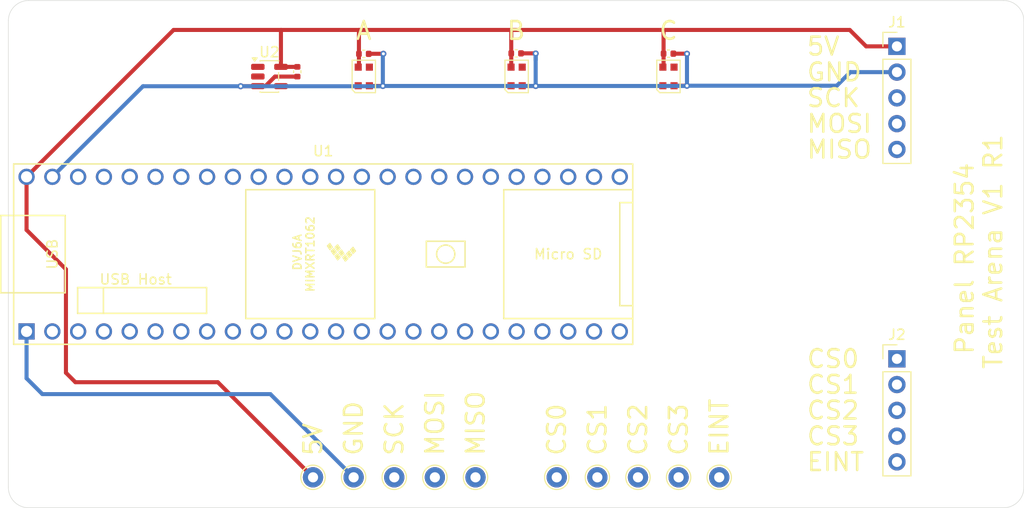
<source format=kicad_pcb>
(kicad_pcb (version 20241229) (generator "pcbnew") (generator_version "9.0")
  (layers (0 "F.Cu" signal) (2 "B.Cu" signal) (13 "F.Paste" user) (15 "B.Paste" user) (5 "F.SilkS" user "F.Silkscreen") (7 "B.SilkS" user "B.Silkscreen") (1 "F.Mask" user) (3 "B.Mask" user) (25 "Edge.Cuts" user))
  (property "BoardName" "RP2354 Test Arena")
  (property "Designer" "Reiser Lab")
  (property "Revision" "1")
  (property "Version" "1")
  (net 0 "")
  (net 1 "+5V")
  (net 2 "GND")
  (net 3 "Net-(D1-DOUT)")
  (net 4 "/DLED")
  (net 5 "Net-(D2-DOUT)")
  (net 7 "/MOSI")
  (net 8 "/MISO")
  (net 9 "/SCK")
  (net 10 "/CS0")
  (net 11 "/CS1")
  (net 12 "/CS3")
  (net 13 "/CS2")
  (net 14 "/EINT")
  (net 51 "Net-(D1-DIN)")
  (footprint "TestPoint:TestPoint_THTPad_D2.0mm_Drill1.0mm" (layer "F.Cu") (at 104 97 90)
    (property "Reference" "TP6" (hide yes))
    (property "Value" "TestPoint" (hide yes))
    (fp_circle (center 0 0) (end 0 1.2) (stroke (width 0.12)) (fill no) (layer "F.SilkS"))
    (pad "1" thru_hole circle (at 0 0 90) (size 2 2) (drill 1) (layers "*.Cu" "*.Mask") (net 10 "/CS0"))
  )
  (footprint "Capacitor_SMD:C_0402_1005Metric" (layer "F.Cu") (at 115 55.24)
    (property "Reference" "C3" (hide yes))
    (property "Value" "100nF" (hide yes))
    (fp_line (start -0.107836 -0.36) (end 0.107836 -0.36) (stroke (width 0.12)) (layer "F.SilkS"))
    (fp_line (start -0.107836 0.36) (end 0.107836 0.36) (stroke (width 0.12)) (layer "F.SilkS"))
    (pad "1" smd roundrect (at -0.48 0) (size 0.56 0.62) (layers "F.Cu" "F.Mask" "F.Paste") (net 1 "+5V"))
    (pad "2" smd roundrect (at 0.48 0) (size 0.56 0.62) (layers "F.Cu" "F.Mask" "F.Paste") (net 2 "GND"))
  )
  (footprint "TestPoint:TestPoint_THTPad_D2.0mm_Drill1.0mm" (layer "F.Cu") (at 116 97 90)
    (property "Reference" "TP9" (hide yes))
    (property "Value" "TestPoint" (hide yes))
    (fp_circle (center 0 0) (end 0 1.2) (stroke (width 0.12)) (fill no) (layer "F.SilkS"))
    (pad "1" thru_hole circle (at 0 0 90) (size 2 2) (drill 1) (layers "*.Cu" "*.Mask") (net 12 "/CS3"))
  )
  (footprint "TestPoint:TestPoint_THTPad_D2.0mm_Drill1.0mm" (layer "F.Cu") (at 84 97 90)
    (property "Reference" "TP2" (hide yes))
    (property "Value" "TestPoint" (hide yes))
    (fp_circle (center 0 0) (end 0 1.2) (stroke (width 0.12)) (fill no) (layer "F.SilkS"))
    (pad "1" thru_hole circle (at 0 0 90) (size 2 2) (drill 1) (layers "*.Cu" "*.Mask") (net 2 "GND"))
  )
  (footprint "Package_TO_SOT_SMD:SOT-23-5" (layer "F.Cu") (at 75.7025 57.49)
    (property "Reference" "U2" (at 0 -2.4 0) (layer "F.SilkS"))
    (property "Value" "SN74LV1T34DBV" (hide yes))
    (fp_line (start -0.91 -1.56) (end 0.91 -1.56) (stroke (width 0.12)) (layer "F.SilkS"))
    (fp_line (start -0.91 -1.51) (end -0.91 -1.56) (stroke (width 0.12)) (layer "F.SilkS"))
    (fp_line (start -0.91 1.56) (end -0.91 1.51) (stroke (width 0.12)) (layer "F.SilkS"))
    (fp_line (start 0.91 -1.56) (end 0.91 -1.51) (stroke (width 0.12)) (layer "F.SilkS"))
    (fp_line (start 0.91 -0.39) (end 0.91 0.39) (stroke (width 0.12)) (layer "F.SilkS"))
    (fp_line (start 0.91 1.51) (end 0.91 1.56) (stroke (width 0.12)) (layer "F.SilkS"))
    (fp_line (start 0.91 1.56) (end -0.91 1.56) (stroke (width 0.12)) (layer "F.SilkS"))
    (fp_poly (pts (xy -1.45 -1.51) (xy -1.69 -1.84) (xy -1.21 -1.84)) (stroke (width 0.12)) (fill yes) (layer "F.SilkS"))
    (pad "1" smd roundrect (at -1.1375 -0.95) (size 1.325 0.6) (layers "F.Cu" "F.Mask" "F.Paste"))
    (pad "2" smd roundrect (at -1.1375 0) (size 1.325 0.6) (layers "F.Cu" "F.Mask" "F.Paste") (net 4 "/DLED"))
    (pad "3" smd roundrect (at -1.1375 0.95) (size 1.325 0.6) (layers "F.Cu" "F.Mask" "F.Paste") (net 2 "GND"))
    (pad "4" smd roundrect (at 1.1375 0.95) (size 1.325 0.6) (layers "F.Cu" "F.Mask" "F.Paste") (net 51 "Net-(D1-DIN)"))
    (pad "5" smd roundrect (at 1.1375 -0.95) (size 1.325 0.6) (layers "F.Cu" "F.Mask" "F.Paste") (net 1 "+5V"))
  )
  (footprint "TestPoint:TestPoint_THTPad_D2.0mm_Drill1.0mm" (layer "F.Cu") (at 80 97 90)
    (property "Reference" "TP1" (hide yes))
    (property "Value" "TestPoint" (hide yes))
    (fp_circle (center 0 0) (end 0 1.2) (stroke (width 0.12)) (fill no) (layer "F.SilkS"))
    (pad "1" thru_hole circle (at 0 0 90) (size 2 2) (drill 1) (layers "*.Cu" "*.Mask") (net 1 "+5V"))
  )
  (footprint "TestPoint:TestPoint_THTPad_D2.0mm_Drill1.0mm" (layer "F.Cu") (at 120 97 90)
    (property "Reference" "TP10" (hide yes))
    (property "Value" "TestPoint" (hide yes))
    (fp_circle (center 0 0) (end 0 1.2) (stroke (width 0.12)) (fill no) (layer "F.SilkS"))
    (pad "1" thru_hole circle (at 0 0 90) (size 2 2) (drill 1) (layers "*.Cu" "*.Mask") (net 14 "/EINT"))
  )
  (footprint "Connector_PinHeader_2.54mm:PinHeader_1x05_P2.54mm_Vertical" (layer "F.Cu") (at 137.5 54.52)
    (property "Reference" "J1" (at 0 -2.38 0) (layer "F.SilkS"))
    (property "Value" "Conn_01x05_Socket" (hide yes))
    (fp_line (start -1.38 -1.38) (end 0 -1.38) (stroke (width 0.12)) (layer "F.SilkS"))
    (fp_line (start -1.38 0) (end -1.38 -1.38) (stroke (width 0.12)) (layer "F.SilkS"))
    (fp_line (start -1.38 1.27) (end -1.38 11.54) (stroke (width 0.12)) (layer "F.SilkS"))
    (fp_line (start -1.38 1.27) (end 1.38 1.27) (stroke (width 0.12)) (layer "F.SilkS"))
    (fp_line (start -1.38 11.54) (end 1.38 11.54) (stroke (width 0.12)) (layer "F.SilkS"))
    (fp_line (start 1.38 1.27) (end 1.38 11.54) (stroke (width 0.12)) (layer "F.SilkS"))
    (pad "1" thru_hole rect (at 0 0) (size 1.7 1.7) (drill 1) (layers "*.Cu" "*.Mask") (net 1 "+5V"))
    (pad "2" thru_hole circle (at 0 2.54) (size 1.7 1.7) (drill 1) (layers "*.Cu" "*.Mask") (net 2 "GND"))
    (pad "3" thru_hole circle (at 0 5.08) (size 1.7 1.7) (drill 1) (layers "*.Cu" "*.Mask") (net 9 "/SCK"))
    (pad "4" thru_hole circle (at 0 7.62) (size 1.7 1.7) (drill 1) (layers "*.Cu" "*.Mask") (net 7 "/MOSI"))
    (pad "5" thru_hole circle (at 0 10.16) (size 1.7 1.7) (drill 1) (layers "*.Cu" "*.Mask") (net 8 "/MISO"))
  )
  (footprint "Capacitor_SMD:C_0402_1005Metric" (layer "F.Cu") (at 78.45 57.02 -90)
    (property "Reference" "C4" (hide yes))
    (property "Value" "100nF" (hide yes))
    (fp_line (start -0.107836 0.36) (end 0.107836 0.36) (stroke (width 0.12)) (layer "F.SilkS"))
    (fp_line (start -0.107836 -0.36) (end 0.107836 -0.36) (stroke (width 0.12)) (layer "F.SilkS"))
    (pad "1" smd roundrect (at -0.48 0 270) (size 0.56 0.62) (layers "F.Cu" "F.Mask" "F.Paste") (net 1 "+5V"))
    (pad "2" smd roundrect (at 0.48 0 270) (size 0.56 0.62) (layers "F.Cu" "F.Mask" "F.Paste") (net 2 "GND"))
  )
  (footprint "TestPoint:TestPoint_THTPad_D2.0mm_Drill1.0mm" (layer "F.Cu") (at 92 97 90)
    (property "Reference" "TP4" (hide yes))
    (property "Value" "TestPoint" (hide yes))
    (fp_circle (center 0 0) (end 0 1.2) (stroke (width 0.12)) (fill no) (layer "F.SilkS"))
    (pad "1" thru_hole circle (at 0 0 90) (size 2 2) (drill 1) (layers "*.Cu" "*.Mask") (net 7 "/MOSI"))
  )
  (footprint "MountingHole:MountingHole_3.2mm_M3" (layer "F.Cu") (at 54 96)
    (property "Reference" "H2" (hide yes))
    (property "Value" "MountingHole" (hide yes))
    (pad "" np_thru_hole circle (at 0 0) (size 3.2 3.2) (drill 3.2) (layers "*.Cu" "*.Mask"))
  )
  (footprint "TestPoint:TestPoint_THTPad_D2.0mm_Drill1.0mm" (layer "F.Cu") (at 108 97 90)
    (property "Reference" "TP7" (hide yes))
    (property "Value" "TestPoint" (hide yes))
    (fp_circle (center 0 0) (end 0 1.2) (stroke (width 0.12)) (fill no) (layer "F.SilkS"))
    (pad "1" thru_hole circle (at 0 0 90) (size 2 2) (drill 1) (layers "*.Cu" "*.Mask") (net 11 "/CS1"))
  )
  (footprint "LED_SMD:LED_WS2812B-2020_PLCC4_2.0x2.0mm" (layer "F.Cu") (at 100.05 57.485 90)
    (property "Reference" "D2" (hide yes))
    (property "Value" "WS2812B-2020" (hide yes))
    (fp_line (start 1.6 -1.15) (end 1.6 1.15) (stroke (width 0.12)) (layer "F.SilkS"))
    (fp_line (start -1.3 -1.15) (end 1.6 -1.15) (stroke (width 0.12)) (layer "F.SilkS"))
    (fp_line (start -1.3 -1.15) (end -1.6 -0.85) (stroke (width 0.12)) (layer "F.SilkS"))
    (fp_line (start -1.6 1.15) (end -1.6 -0.85) (stroke (width 0.12)) (layer "F.SilkS"))
    (fp_line (start -1.6 1.15) (end 1.6 1.15) (stroke (width 0.12)) (layer "F.SilkS"))
    (pad "1" smd rect (at -0.915 -0.55 90) (size 0.7 0.7) (layers "F.Cu" "F.Mask" "F.Paste") (net 5 "Net-(D2-DOUT)"))
    (pad "2" smd rect (at -0.915 0.55 90) (size 0.7 0.7) (layers "F.Cu" "F.Mask" "F.Paste") (net 2 "GND"))
    (pad "3" smd rect (at 0.915 0.55 90) (size 0.7 0.7) (layers "F.Cu" "F.Mask" "F.Paste") (net 3 "Net-(D1-DOUT)"))
    (pad "4" smd rect (at 0.915 -0.55 90) (size 0.7 0.7) (layers "F.Cu" "F.Mask" "F.Paste") (net 1 "+5V"))
  )
  (footprint "Capacitor_SMD:C_0402_1005Metric" (layer "F.Cu") (at 100 55.21)
    (property "Reference" "C2" (hide yes))
    (property "Value" "100nF" (hide yes))
    (fp_line (start -0.107836 -0.36) (end 0.107836 -0.36) (stroke (width 0.12)) (layer "F.SilkS"))
    (fp_line (start -0.107836 0.36) (end 0.107836 0.36) (stroke (width 0.12)) (layer "F.SilkS"))
    (pad "1" smd roundrect (at -0.48 0) (size 0.56 0.62) (layers "F.Cu" "F.Mask" "F.Paste") (net 1 "+5V"))
    (pad "2" smd roundrect (at 0.48 0) (size 0.56 0.62) (layers "F.Cu" "F.Mask" "F.Paste") (net 2 "GND"))
  )
  (footprint "TestPoint:TestPoint_THTPad_D2.0mm_Drill1.0mm" (layer "F.Cu") (at 112 97 90)
    (property "Reference" "TP8" (hide yes))
    (property "Value" "TestPoint" (hide yes))
    (fp_circle (center 0 0) (end 0 1.2) (stroke (width 0.12)) (fill no) (layer "F.SilkS"))
    (pad "1" thru_hole circle (at 0 0 90) (size 2 2) (drill 1) (layers "*.Cu" "*.Mask") (net 13 "/CS2"))
  )
  (footprint "teensy:Teensy41_outer_only" (layer "F.Cu") (at 81 75)
    (property "Reference" "U1" (at 0 -10.16 0) (layer "F.SilkS"))
    (property "Value" "Teensy4.1")
    (fp_line (start -31.75 -3.81) (end -30.48 -3.81) (stroke (width 0.15)) (layer "F.SilkS"))
    (fp_line (start -31.75 3.81) (end -31.75 -3.81) (stroke (width 0.15)) (layer "F.SilkS"))
    (fp_line (start -30.48 -8.89) (end 30.48 -8.89) (stroke (width 0.15)) (layer "F.SilkS"))
    (fp_line (start -30.48 3.81) (end -31.75 3.81) (stroke (width 0.15)) (layer "F.SilkS"))
    (fp_line (start -30.48 8.89) (end -30.48 -8.89) (stroke (width 0.15)) (layer "F.SilkS"))
    (fp_line (start -25.4 -3.81) (end -30.48 -3.81) (stroke (width 0.15)) (layer "F.SilkS"))
    (fp_line (start -25.4 3.81) (end -30.48 3.81) (stroke (width 0.15)) (layer "F.SilkS"))
    (fp_line (start -25.4 3.81) (end -25.4 -3.81) (stroke (width 0.15)) (layer "F.SilkS"))
    (fp_line (start -24.1808 3.2992) (end -21.6408 3.2992) (stroke (width 0.15)) (layer "F.SilkS"))
    (fp_line (start -24.1808 3.2992) (end -11.4808 3.2992) (stroke (width 0.15)) (layer "F.SilkS"))
    (fp_line (start -24.1808 5.8392) (end -24.1808 3.2992) (stroke (width 0.15)) (layer "F.SilkS"))
    (fp_line (start -21.6408 3.2992) (end -21.6408 5.8392) (stroke (width 0.15)) (layer "F.SilkS"))
    (fp_line (start -11.4808 3.2992) (end -11.4808 5.8392) (stroke (width 0.15)) (layer "F.SilkS"))
    (fp_line (start -11.4808 5.8392) (end -24.1808 5.8392) (stroke (width 0.15)) (layer "F.SilkS"))
    (fp_line (start -7.62 -6.35) (end -7.62 6.35) (stroke (width 0.15)) (layer "F.SilkS"))
    (fp_line (start -7.62 6.35) (end 5.08 6.35) (stroke (width 0.15)) (layer "F.SilkS"))
    (fp_line (start 5.08 -6.35) (end -7.62 -6.35) (stroke (width 0.15)) (layer "F.SilkS"))
    (fp_line (start 5.08 6.35) (end 5.08 -6.35) (stroke (width 0.15)) (layer "F.SilkS"))
    (fp_line (start 10.16 -1.27) (end 13.97 -1.27) (stroke (width 0.15)) (layer "F.SilkS"))
    (fp_line (start 10.16 1.27) (end 10.16 -1.27) (stroke (width 0.15)) (layer "F.SilkS"))
    (fp_line (start 13.97 -1.27) (end 13.97 1.27) (stroke (width 0.15)) (layer "F.SilkS"))
    (fp_line (start 13.97 1.27) (end 10.16 1.27) (stroke (width 0.15)) (layer "F.SilkS"))
    (fp_line (start 17.78 -6.35) (end 17.78 6.35) (stroke (width 0.15)) (layer "F.SilkS"))
    (fp_line (start 17.78 6.35) (end 30.48 6.35) (stroke (width 0.15)) (layer "F.SilkS"))
    (fp_line (start 29.21 -5.08) (end 29.21 5.08) (stroke (width 0.15)) (layer "F.SilkS"))
    (fp_line (start 29.21 5.08) (end 30.48 5.08) (stroke (width 0.15)) (layer "F.SilkS"))
    (fp_line (start 30.48 -8.89) (end 30.48 8.89) (stroke (width 0.15)) (layer "F.SilkS"))
    (fp_line (start 30.48 -6.35) (end 17.78 -6.35) (stroke (width 0.15)) (layer "F.SilkS"))
    (fp_line (start 30.48 -5.08) (end 29.21 -5.08) (stroke (width 0.15)) (layer "F.SilkS"))
    (fp_line (start 30.48 8.89) (end -30.48 8.89) (stroke (width 0.15)) (layer "F.SilkS"))
    (fp_circle (center 12.065 0) (end 12.7 -0.635) (stroke (width 0.15)) (fill no) (layer "F.SilkS"))
    (fp_poly (pts (xy 0.911 -0.688) (xy 0.657 -0.434) (xy 0.403 -0.815) (xy 0.657 -1.069)) (stroke (width 0.1)) (fill yes) (layer "F.SilkS"))
    (fp_poly (pts (xy 1.292 -0.18) (xy 1.038 0.074) (xy 0.784 -0.307) (xy 1.038 -0.561)) (stroke (width 0.1)) (fill yes) (layer "F.SilkS"))
    (fp_poly (pts (xy 1.673 -0.561) (xy 1.419 -0.307) (xy 1.165 -0.688) (xy 1.419 -0.942)) (stroke (width 0.1)) (fill yes) (layer "F.SilkS"))
    (fp_poly (pts (xy 1.673 0.328) (xy 1.419 0.582) (xy 1.165 0.201) (xy 1.419 -0.053)) (stroke (width 0.1)) (fill yes) (layer "F.SilkS"))
    (fp_poly (pts (xy 2.054 -0.053) (xy 1.8 0.201) (xy 1.546 -0.18) (xy 1.8 -0.434)) (stroke (width 0.1)) (fill yes) (layer "F.SilkS"))
    (fp_poly (pts (xy 2.435 0.455) (xy 2.181 0.709) (xy 1.927 0.328) (xy 2.181 0.074)) (stroke (width 0.1)) (fill yes) (layer "F.SilkS"))
    (fp_poly (pts (xy 2.816 0.074) (xy 2.562 0.328) (xy 2.308 -0.053) (xy 2.562 -0.307)) (stroke (width 0.1)) (fill yes) (layer "F.SilkS"))
    (fp_poly (pts (xy 3.197 -0.307) (xy 2.943 -0.053) (xy 2.689 -0.434) (xy 2.943 -0.688)) (stroke (width 0.1)) (fill yes) (layer "F.SilkS"))
    (fp_text user "Micro SD" (at 24.13 0 0) (layer "F.SilkS"))
    (fp_text user "USB Host" (at -18.4658 2.4892 0) (layer "F.SilkS"))
    (fp_text user "MIMXRT1062" (at -1.27 0 270) (layer "F.SilkS") (effects (font (size 0.8 0.8))))
    (fp_text user "DVJ6A" (at -2.54 -0.18 270) (layer "F.SilkS") (effects (font (size 0.8 0.8))))
    (fp_text user "USB" (at -26.67 0 270) (layer "F.SilkS"))
    (pad "1" thru_hole rect (at -29.21 7.62) (size 1.6 1.6) (drill 1.1) (layers "*.Cu" "*.Mask") (net 2 "GND"))
    (pad "2" thru_hole circle (at -26.67 7.62) (size 1.6 1.6) (drill 1.1) (layers "*.Cu" "*.Mask") (net 10 "/CS0"))
    (pad "3" thru_hole circle (at -24.13 7.62) (size 1.6 1.6) (drill 1.1) (layers "*.Cu" "*.Mask"))
    (pad "4" thru_hole circle (at -21.59 7.62) (size 1.6 1.6) (drill 1.1) (layers "*.Cu" "*.Mask") (net 11 "/CS1"))
    (pad "5" thru_hole circle (at -19.05 7.62) (size 1.6 1.6) (drill 1.1) (layers "*.Cu" "*.Mask") (net 13 "/CS2"))
    (pad "6" thru_hole circle (at -16.51 7.62) (size 1.6 1.6) (drill 1.1) (layers "*.Cu" "*.Mask") (net 12 "/CS3"))
    (pad "7" thru_hole circle (at -13.97 7.62) (size 1.6 1.6) (drill 1.1) (layers "*.Cu" "*.Mask"))
    (pad "8" thru_hole circle (at -11.43 7.62) (size 1.6 1.6) (drill 1.1) (layers "*.Cu" "*.Mask"))
    (pad "9" thru_hole circle (at -8.89 7.62) (size 1.6 1.6) (drill 1.1) (layers "*.Cu" "*.Mask"))
    (pad "10" thru_hole circle (at -6.35 7.62) (size 1.6 1.6) (drill 1.1) (layers "*.Cu" "*.Mask"))
    (pad "11" thru_hole circle (at -3.81 7.62) (size 1.6 1.6) (drill 1.1) (layers "*.Cu" "*.Mask"))
    (pad "12" thru_hole circle (at -1.27 7.62) (size 1.6 1.6) (drill 1.1) (layers "*.Cu" "*.Mask"))
    (pad "13" thru_hole circle (at 1.27 7.62) (size 1.6 1.6) (drill 1.1) (layers "*.Cu" "*.Mask") (net 7 "/MOSI"))
    (pad "14" thru_hole circle (at 3.81 7.62) (size 1.6 1.6) (drill 1.1) (layers "*.Cu" "*.Mask") (net 8 "/MISO"))
    (pad "15" thru_hole circle (at 6.35 7.62) (size 1.6 1.6) (drill 1.1) (layers "*.Cu" "*.Mask"))
    (pad "16" thru_hole circle (at 8.89 7.62) (size 1.6 1.6) (drill 1.1) (layers "*.Cu" "*.Mask"))
    (pad "17" thru_hole circle (at 11.43 7.62) (size 1.6 1.6) (drill 1.1) (layers "*.Cu" "*.Mask"))
    (pad "18" thru_hole circle (at 13.97 7.62) (size 1.6 1.6) (drill 1.1) (layers "*.Cu" "*.Mask"))
    (pad "19" thru_hole circle (at 16.51 7.62) (size 1.6 1.6) (drill 1.1) (layers "*.Cu" "*.Mask"))
    (pad "20" thru_hole circle (at 19.05 7.62) (size 1.6 1.6) (drill 1.1) (layers "*.Cu" "*.Mask") (net 4 "/DLED"))
    (pad "21" thru_hole circle (at 21.59 7.62) (size 1.6 1.6) (drill 1.1) (layers "*.Cu" "*.Mask"))
    (pad "22" thru_hole circle (at 24.13 7.62) (size 1.6 1.6) (drill 1.1) (layers "*.Cu" "*.Mask"))
    (pad "23" thru_hole circle (at 26.67 7.62) (size 1.6 1.6) (drill 1.1) (layers "*.Cu" "*.Mask"))
    (pad "24" thru_hole circle (at 29.21 7.62) (size 1.6 1.6) (drill 1.1) (layers "*.Cu" "*.Mask"))
    (pad "25" thru_hole circle (at 29.21 -7.62) (size 1.6 1.6) (drill 1.1) (layers "*.Cu" "*.Mask") (net 14 "/EINT"))
    (pad "26" thru_hole circle (at 26.67 -7.62) (size 1.6 1.6) (drill 1.1) (layers "*.Cu" "*.Mask"))
    (pad "27" thru_hole circle (at 24.13 -7.62) (size 1.6 1.6) (drill 1.1) (layers "*.Cu" "*.Mask"))
    (pad "28" thru_hole circle (at 21.59 -7.62) (size 1.6 1.6) (drill 1.1) (layers "*.Cu" "*.Mask"))
    (pad "29" thru_hole circle (at 19.05 -7.62) (size 1.6 1.6) (drill 1.1) (layers "*.Cu" "*.Mask"))
    (pad "30" thru_hole circle (at 16.51 -7.62) (size 1.6 1.6) (drill 1.1) (layers "*.Cu" "*.Mask"))
    (pad "31" thru_hole circle (at 13.97 -7.62) (size 1.6 1.6) (drill 1.1) (layers "*.Cu" "*.Mask"))
    (pad "32" thru_hole circle (at 11.43 -7.62) (size 1.6 1.6) (drill 1.1) (layers "*.Cu" "*.Mask"))
    (pad "33" thru_hole circle (at 8.89 -7.62) (size 1.6 1.6) (drill 1.1) (layers "*.Cu" "*.Mask"))
    (pad "34" thru_hole circle (at 6.35 -7.62) (size 1.6 1.6) (drill 1.1) (layers "*.Cu" "*.Mask"))
    (pad "35" thru_hole circle (at 3.81 -7.62) (size 1.6 1.6) (drill 1.1) (layers "*.Cu" "*.Mask") (net 9 "/SCK"))
    (pad "36" thru_hole circle (at 1.27 -7.62) (size 1.6 1.6) (drill 1.1) (layers "*.Cu" "*.Mask"))
    (pad "37" thru_hole circle (at -1.27 -7.62) (size 1.6 1.6) (drill 1.1) (layers "*.Cu" "*.Mask"))
    (pad "38" thru_hole circle (at -3.81 -7.62) (size 1.6 1.6) (drill 1.1) (layers "*.Cu" "*.Mask"))
    (pad "39" thru_hole circle (at -6.35 -7.62) (size 1.6 1.6) (drill 1.1) (layers "*.Cu" "*.Mask"))
    (pad "40" thru_hole circle (at -8.89 -7.62) (size 1.6 1.6) (drill 1.1) (layers "*.Cu" "*.Mask"))
    (pad "41" thru_hole circle (at -11.43 -7.62) (size 1.6 1.6) (drill 1.1) (layers "*.Cu" "*.Mask"))
    (pad "42" thru_hole circle (at -13.97 -7.62) (size 1.6 1.6) (drill 1.1) (layers "*.Cu" "*.Mask"))
    (pad "43" thru_hole circle (at -16.51 -7.62) (size 1.6 1.6) (drill 1.1) (layers "*.Cu" "*.Mask"))
    (pad "44" thru_hole circle (at -19.05 -7.62) (size 1.6 1.6) (drill 1.1) (layers "*.Cu" "*.Mask"))
    (pad "45" thru_hole circle (at -21.59 -7.62) (size 1.6 1.6) (drill 1.1) (layers "*.Cu" "*.Mask"))
    (pad "46" thru_hole circle (at -24.13 -7.62) (size 1.6 1.6) (drill 1.1) (layers "*.Cu" "*.Mask"))
    (pad "47" thru_hole circle (at -26.67 -7.62) (size 1.6 1.6) (drill 1.1) (layers "*.Cu" "*.Mask") (net 2 "GND"))
    (pad "48" thru_hole circle (at -29.21 -7.62) (size 1.6 1.6) (drill 1.1) (layers "*.Cu" "*.Mask") (net 1 "+5V"))
  )
  (footprint "LED_SMD:LED_WS2812B-2020_PLCC4_2.0x2.0mm" (layer "F.Cu") (at 85 57.485 90)
    (property "Reference" "D1" (hide yes))
    (property "Value" "WS2812B-2020" (hide yes))
    (fp_line (start 1.6 -1.15) (end 1.6 1.15) (stroke (width 0.12)) (layer "F.SilkS"))
    (fp_line (start -1.3 -1.15) (end 1.6 -1.15) (stroke (width 0.12)) (layer "F.SilkS"))
    (fp_line (start -1.3 -1.15) (end -1.6 -0.85) (stroke (width 0.12)) (layer "F.SilkS"))
    (fp_line (start -1.6 1.15) (end -1.6 -0.85) (stroke (width 0.12)) (layer "F.SilkS"))
    (fp_line (start -1.6 1.15) (end 1.6 1.15) (stroke (width 0.12)) (layer "F.SilkS"))
    (pad "1" smd rect (at -0.915 -0.55 90) (size 0.7 0.7) (layers "F.Cu" "F.Mask" "F.Paste") (net 3 "Net-(D1-DOUT)"))
    (pad "2" smd rect (at -0.915 0.55 90) (size 0.7 0.7) (layers "F.Cu" "F.Mask" "F.Paste") (net 2 "GND"))
    (pad "3" smd rect (at 0.915 0.55 90) (size 0.7 0.7) (layers "F.Cu" "F.Mask" "F.Paste") (net 51 "Net-(D1-DIN)"))
    (pad "4" smd rect (at 0.915 -0.55 90) (size 0.7 0.7) (layers "F.Cu" "F.Mask" "F.Paste") (net 1 "+5V"))
  )
  (footprint "MountingHole:MountingHole_3.2mm_M3" (layer "F.Cu") (at 146 96)
    (property "Reference" "H3" (hide yes))
    (property "Value" "MountingHole" (hide yes))
    (pad "" np_thru_hole circle (at 0 0) (size 3.2 3.2) (drill 3.2) (layers "*.Cu" "*.Mask"))
  )
  (footprint "MountingHole:MountingHole_3.2mm_M3" (layer "F.Cu") (at 146 54)
    (property "Reference" "H4" (hide yes))
    (property "Value" "MountingHole" (hide yes))
    (pad "" np_thru_hole circle (at 0 0) (size 3.2 3.2) (drill 3.2) (layers "*.Cu" "*.Mask"))
  )
  (footprint "LED_SMD:LED_WS2812B-2020_PLCC4_2.0x2.0mm" (layer "F.Cu") (at 115 57.485 90)
    (property "Reference" "D3" (hide yes))
    (property "Value" "WS2812B-2020" (hide yes))
    (fp_line (start 1.6 -1.15) (end 1.6 1.15) (stroke (width 0.12)) (layer "F.SilkS"))
    (fp_line (start -1.3 -1.15) (end 1.6 -1.15) (stroke (width 0.12)) (layer "F.SilkS"))
    (fp_line (start -1.3 -1.15) (end -1.6 -0.85) (stroke (width 0.12)) (layer "F.SilkS"))
    (fp_line (start -1.6 1.15) (end -1.6 -0.85) (stroke (width 0.12)) (layer "F.SilkS"))
    (fp_line (start -1.6 1.15) (end 1.6 1.15) (stroke (width 0.12)) (layer "F.SilkS"))
    (pad "1" smd rect (at -0.915 -0.55 90) (size 0.7 0.7) (layers "F.Cu" "F.Mask" "F.Paste"))
    (pad "2" smd rect (at -0.915 0.55 90) (size 0.7 0.7) (layers "F.Cu" "F.Mask" "F.Paste") (net 2 "GND"))
    (pad "3" smd rect (at 0.915 0.55 90) (size 0.7 0.7) (layers "F.Cu" "F.Mask" "F.Paste") (net 5 "Net-(D2-DOUT)"))
    (pad "4" smd rect (at 0.915 -0.55 90) (size 0.7 0.7) (layers "F.Cu" "F.Mask" "F.Paste") (net 1 "+5V"))
  )
  (footprint "MountingHole:MountingHole_3.2mm_M3" (layer "F.Cu") (at 54 54)
    (property "Reference" "H1" (hide yes))
    (property "Value" "MountingHole" (hide yes))
    (pad "" np_thru_hole circle (at 0 0) (size 3.2 3.2) (drill 3.2) (layers "*.Cu" "*.Mask"))
  )
  (footprint "Capacitor_SMD:C_0402_1005Metric" (layer "F.Cu") (at 85 55.26)
    (property "Reference" "C1" (hide yes))
    (property "Value" "100nF" (hide yes))
    (fp_line (start -0.107836 -0.36) (end 0.107836 -0.36) (stroke (width 0.12)) (layer "F.SilkS"))
    (fp_line (start -0.107836 0.36) (end 0.107836 0.36) (stroke (width 0.12)) (layer "F.SilkS"))
    (pad "1" smd roundrect (at -0.48 0) (size 0.56 0.62) (layers "F.Cu" "F.Mask" "F.Paste") (net 1 "+5V"))
    (pad "2" smd roundrect (at 0.48 0) (size 0.56 0.62) (layers "F.Cu" "F.Mask" "F.Paste") (net 2 "GND"))
  )
  (footprint "TestPoint:TestPoint_THTPad_D2.0mm_Drill1.0mm" (layer "F.Cu") (at 96 97 90)
    (property "Reference" "TP5" (hide yes))
    (property "Value" "TestPoint" (hide yes))
    (fp_circle (center 0 0) (end 0 1.2) (stroke (width 0.12)) (fill no) (layer "F.SilkS"))
    (pad "1" thru_hole circle (at 0 0 90) (size 2 2) (drill 1) (layers "*.Cu" "*.Mask") (net 8 "/MISO"))
  )
  (footprint "Connector_PinHeader_2.54mm:PinHeader_1x05_P2.54mm_Vertical" (layer "F.Cu") (at 137.5 85.32)
    (property "Reference" "J2" (at 0 -2.38 0) (layer "F.SilkS"))
    (property "Value" "Conn_01x05_Socket" (hide yes))
    (fp_line (start -1.38 -1.38) (end 0 -1.38) (stroke (width 0.12)) (layer "F.SilkS"))
    (fp_line (start -1.38 0) (end -1.38 -1.38) (stroke (width 0.12)) (layer "F.SilkS"))
    (fp_line (start -1.38 1.27) (end -1.38 11.54) (stroke (width 0.12)) (layer "F.SilkS"))
    (fp_line (start -1.38 1.27) (end 1.38 1.27) (stroke (width 0.12)) (layer "F.SilkS"))
    (fp_line (start -1.38 11.54) (end 1.38 11.54) (stroke (width 0.12)) (layer "F.SilkS"))
    (fp_line (start 1.38 1.27) (end 1.38 11.54) (stroke (width 0.12)) (layer "F.SilkS"))
    (pad "1" thru_hole rect (at 0 0) (size 1.7 1.7) (drill 1) (layers "*.Cu" "*.Mask") (net 10 "/CS0"))
    (pad "2" thru_hole circle (at 0 2.54) (size 1.7 1.7) (drill 1) (layers "*.Cu" "*.Mask") (net 11 "/CS1"))
    (pad "3" thru_hole circle (at 0 5.08) (size 1.7 1.7) (drill 1) (layers "*.Cu" "*.Mask") (net 13 "/CS2"))
    (pad "4" thru_hole circle (at 0 7.62) (size 1.7 1.7) (drill 1) (layers "*.Cu" "*.Mask") (net 12 "/CS3"))
    (pad "5" thru_hole circle (at 0 10.16) (size 1.7 1.7) (drill 1) (layers "*.Cu" "*.Mask") (net 14 "/EINT"))
  )
  (footprint "TestPoint:TestPoint_THTPad_D2.0mm_Drill1.0mm" (layer "F.Cu") (at 88 97 90)
    (property "Reference" "TP3" (hide yes))
    (property "Value" "TestPoint" (hide yes))
    (fp_circle (center 0 0) (end 0 1.2) (stroke (width 0.12)) (fill no) (layer "F.SilkS"))
    (pad "1" thru_hole circle (at 0 0 90) (size 2 2) (drill 1) (layers "*.Cu" "*.Mask") (net 9 "/SCK"))
  )
  (gr_line (start 52 50) (end 148 50) (stroke (width 0.05)) (layer "Edge.Cuts"))
  (gr_arc (start 150 98) (mid 149.414214 99.414214) (end 148 100) (stroke (width 0.05)) (layer "Edge.Cuts"))
  (gr_line (start 50 98) (end 50 52) (stroke (width 0.05)) (layer "Edge.Cuts"))
  (gr_arc (start 50 52) (mid 50.585786 50.585786) (end 52 50) (stroke (width 0.05)) (layer "Edge.Cuts"))
  (gr_arc (start 52 100) (mid 50.585786 99.414214) (end 50 98) (stroke (width 0.05)) (layer "Edge.Cuts"))
  (gr_line (start 148 100) (end 52 100) (stroke (width 0.05)) (layer "Edge.Cuts"))
  (gr_line (start 150 52) (end 150 98) (stroke (width 0.05)) (layer "Edge.Cuts"))
  (gr_arc (start 148 50) (mid 149.414214 50.585786) (end 150 52) (stroke (width 0.05)) (layer "Edge.Cuts"))
  (gr_text "GND" (at 128.5 57.06 0) (layer "F.SilkS") (effects (font (size 1.75 1.75) (thickness 0.25)) (justify left)))
  (gr_text "Panel RP2354 \nTest Arena V${Version} R${Revision}" (at 145.56 74.76 90) (layer "F.SilkS") (effects (font (size 1.75 1.75) (thickness 0.25))))
  (gr_text "CS2" (at 112 95 90) (layer "F.SilkS") (effects (font (size 1.75 1.75) (thickness 0.25)) (justify left)))
  (gr_text "5V" (at 128.5 54.52 0) (layer "F.SilkS") (effects (font (size 1.75 1.75) (thickness 0.25)) (justify left)))
  (gr_text "A" (at 85 54 0) (layer "F.SilkS") (effects (font (size 1.75 1.75) (thickness 0.25)) (justify bottom)))
  (gr_text "CS1" (at 108 95 90) (layer "F.SilkS") (effects (font (size 1.75 1.75) (thickness 0.25)) (justify left)))
  (gr_text "EINT" (at 128.5 95.48 0) (layer "F.SilkS") (effects (font (size 1.75 1.75) (thickness 0.25)) (justify left)))
  (gr_text "EINT" (at 120 95 90) (layer "F.SilkS") (effects (font (size 1.75 1.75) (thickness 0.25)) (justify left)))
  (gr_text "CS0" (at 128.5 85.32 0) (layer "F.SilkS") (effects (font (size 1.75 1.75) (thickness 0.25)) (justify left)))
  (gr_text "GND" (at 84 95 90) (layer "F.SilkS") (effects (font (size 1.75 1.75) (thickness 0.25)) (justify left)))
  (gr_text "5V" (at 80 95 90) (layer "F.SilkS") (effects (font (size 1.75 1.75) (thickness 0.25)) (justify left)))
  (gr_text "C" (at 115 54 0) (layer "F.SilkS") (effects (font (size 1.75 1.75) (thickness 0.25)) (justify bottom)))
  (gr_text "CS0" (at 104 95 90) (layer "F.SilkS") (effects (font (size 1.75 1.75) (thickness 0.25)) (justify left)))
  (gr_text "MOSI" (at 128.5 62.14 0) (layer "F.SilkS") (effects (font (size 1.75 1.75) (thickness 0.25)) (justify left)))
  (gr_text "CS3" (at 116 95 90) (layer "F.SilkS") (effects (font (size 1.75 1.75) (thickness 0.25)) (justify left)))
  (gr_text "CS3" (at 128.5 92.94 0) (layer "F.SilkS") (effects (font (size 1.75 1.75) (thickness 0.25)) (justify left)))
  (gr_text "MISO" (at 96 95 90) (layer "F.SilkS") (effects (font (size 1.75 1.75) (thickness 0.25)) (justify left)))
  (gr_text "MISO" (at 128.5 64.68 0) (layer "F.SilkS") (effects (font (size 1.75 1.75) (thickness 0.25)) (justify left)))
  (gr_text "CS1" (at 128.5 87.86 0) (layer "F.SilkS") (effects (font (size 1.75 1.75) (thickness 0.25)) (justify left)))
  (gr_text "SCK" (at 88 95 90) (layer "F.SilkS") (effects (font (size 1.75 1.75) (thickness 0.25)) (justify left)))
  (gr_text "MOSI" (at 92 95 90) (layer "F.SilkS") (effects (font (size 1.75 1.75) (thickness 0.25)) (justify left)))
  (gr_text "CS2" (at 128.5 90.4 0) (layer "F.SilkS") (effects (font (size 1.75 1.75) (thickness 0.25)) (justify left)))
  (gr_text "SCK" (at 128.5 59.6 0) (layer "F.SilkS") (effects (font (size 1.75 1.75) (thickness 0.25)) (justify left)))
  (gr_text "B" (at 100 54 0) (layer "F.SilkS") (effects (font (size 1.75 1.75) (thickness 0.25)) (justify bottom)))
  (segment (start 114.52 56.5) (end 114.45 56.57) (width 0.4) (layer "F.Cu") (net 1))
  (segment (start 84.52 55.26) (end 84.52 52.905) (width 0.4) (layer "F.Cu") (net 1))
  (segment (start 114.5 52.9) (end 132.85 52.9) (width 0.4) (layer "F.Cu") (net 1))
  (segment (start 132.85 52.9) (end 134.47 54.52) (width 0.4) (layer "F.Cu") (net 1))
  (segment (start 66.27 52.9) (end 76.85 52.9) (width 0.4) (layer "F.Cu") (net 1))
  (segment (start 99.52 52.92) (end 99.5 52.9) (width 0.4) (layer "F.Cu") (net 1))
  (segment (start 70.625 87.625) (end 56.6 87.625) (width 0.4) (layer "F.Cu") (net 1))
  (segment (start 76.85 52.9) (end 84.525 52.9) (width 0.4) (layer "F.Cu") (net 1))
  (segment (start 99.52 56.55) (end 99.5 56.57) (width 0.4) (layer "F.Cu") (net 1))
  (segment (start 80 97) (end 70.625 87.625) (width 0.4) (layer "F.Cu") (net 1))
  (segment (start 55.669 76.494) (end 51.79 72.615) (width 0.4) (layer "F.Cu") (net 1))
  (segment (start 51.79 72.615) (end 51.79 67.38) (width 0.4) (layer "F.Cu") (net 1))
  (segment (start 76.84 56.54) (end 78.45 56.54) (width 0.4) (layer "F.Cu") (net 1))
  (segment (start 114.52 55.24) (end 114.52 56.5) (width 0.4) (layer "F.Cu") (net 1))
  (segment (start 84.52 56.5) (end 84.45 56.57) (width 0.4) (layer "F.Cu") (net 1))
  (segment (start 114.52 55.24) (end 114.52 52.92) (width 0.4) (layer "F.Cu") (net 1))
  (segment (start 76.84 52.91) (end 76.84 56.54) (width 0.4) (layer "F.Cu") (net 1))
  (segment (start 55.669 86.694) (end 55.669 76.494) (width 0.4) (layer "F.Cu") (net 1))
  (segment (start 84.52 52.905) (end 84.525 52.9) (width 0.4) (layer "F.Cu") (net 1))
  (segment (start 99.52 55.21) (end 99.52 52.92) (width 0.4) (layer "F.Cu") (net 1))
  (segment (start 114.52 52.92) (end 114.5 52.9) (width 0.4) (layer "F.Cu") (net 1))
  (segment (start 51.79 67.38) (end 66.27 52.9) (width 0.4) (layer "F.Cu") (net 1))
  (segment (start 134.47 54.52) (end 137.5 54.52) (width 0.4) (layer "F.Cu") (net 1))
  (segment (start 99.52 55.21) (end 99.52 56.55) (width 0.4) (layer "F.Cu") (net 1))
  (segment (start 56.6 87.625) (end 55.669 86.694) (width 0.4) (layer "F.Cu") (net 1))
  (segment (start 99.5 52.9) (end 114.5 52.9) (width 0.4) (layer "F.Cu") (net 1))
  (segment (start 76.85 52.9) (end 76.84 52.91) (width 0.4) (layer "F.Cu") (net 1))
  (segment (start 84.525 52.9) (end 99.5 52.9) (width 0.4) (layer "F.Cu") (net 1))
  (segment (start 84.52 55.26) (end 84.52 56.5) (width 0.4) (layer "F.Cu") (net 1))
  (segment (start 86.875 58.425) (end 85.575 58.425) (width 0.4) (layer "F.Cu") (net 2))
  (segment (start 116.825 58.4) (end 115.55 58.4) (width 0.4) (layer "F.Cu") (net 2))
  (segment (start 101.925 58.425) (end 100.625 58.425) (width 0.4) (layer "F.Cu") (net 2))
  (segment (start 101.91 55.21) (end 101.925 55.225) (width 0.4) (layer "F.Cu") (net 2))
  (segment (start 74.555 58.45) (end 74.565 58.44) (width 0.4) (layer "F.Cu") (net 2))
  (segment (start 86.925 55.25) (end 85.49 55.25) (width 0.4) (layer "F.Cu") (net 2))
  (segment (start 72.875 58.45) (end 74.555 58.45) (width 0.4) (layer "F.Cu") (net 2))
  (segment (start 100.625 58.425) (end 100.6 58.4) (width 0.4) (layer "F.Cu") (net 2))
  (segment (start 100.48 55.21) (end 101.91 55.21) (width 0.4) (layer "F.Cu") (net 2))
  (segment (start 115.48 55.24) (end 116.815 55.24) (width 0.4) (layer "F.Cu") (net 2))
  (segment (start 116.815 55.24) (end 116.825 55.25) (width 0.4) (layer "F.Cu") (net 2))
  (segment (start 76.25 57.5) (end 78.45 57.5) (width 0.4) (layer "F.Cu") (net 2))
  (segment (start 74.565 58.44) (end 75.31 58.44) (width 0.4) (layer "F.Cu") (net 2))
  (segment (start 75.31 58.44) (end 76.25 57.5) (width 0.4) (layer "F.Cu") (net 2))
  (segment (start 85.575 58.425) (end 85.55 58.4) (width 0.4) (layer "F.Cu") (net 2))
  (segment (start 85.49 55.25) (end 85.48 55.26) (width 0.4) (layer "F.Cu") (net 2))
  (via (at 116.825 58.4) (size 0.6) (drill 0.3) (layers "F.Cu" "B.Cu") (net 2))
  (via (at 86.925 55.25) (size 0.6) (drill 0.3) (layers "F.Cu" "B.Cu") (net 2))
  (via (at 116.825 55.25) (size 0.6) (drill 0.3) (layers "F.Cu" "B.Cu") (net 2))
  (via (at 101.925 55.225) (size 0.6) (drill 0.3) (layers "F.Cu" "B.Cu") (net 2))
  (via (at 86.875 58.425) (size 0.6) (drill 0.3) (layers "F.Cu" "B.Cu") (net 2))
  (via (at 101.925 58.425) (size 0.6) (drill 0.3) (layers "F.Cu" "B.Cu") (net 2))
  (via (at 72.875 58.45) (size 0.6) (drill 0.3) (layers "F.Cu" "B.Cu") (net 2))
  (segment (start 116.825 58.4) (end 131.575 58.4) (width 0.4) (layer "B.Cu") (net 2))
  (segment (start 86.875 58.425) (end 86.875 55.3) (width 0.4) (layer "B.Cu") (net 2))
  (segment (start 116.8 58.425) (end 116.825 58.4) (width 0.4) (layer "B.Cu") (net 2))
  (segment (start 84 97) (end 75.8 88.8) (width 0.4) (layer "B.Cu") (net 2))
  (segment (start 116.825 58.4) (end 116.825 55.25) (width 0.4) (layer "B.Cu") (net 2))
  (segment (start 63.26 58.45) (end 72.875 58.45) (width 0.4) (layer "B.Cu") (net 2))
  (segment (start 101.925 55.225) (end 101.925 55.875) (width 0.4) (layer "B.Cu") (net 2))
  (segment (start 54.33 67.38) (end 63.26 58.45) (width 0.4) (layer "B.Cu") (net 2))
  (segment (start 86.875 58.425) (end 101.925 58.425) (width 0.4) (layer "B.Cu") (net 2))
  (segment (start 101.925 58.425) (end 101.925 55.225) (width 0.4) (layer "B.Cu") (net 2))
  (segment (start 51.79 87.24) (end 51.79 82.62) (width 0.4) (layer "B.Cu") (net 2))
  (segment (start 132.915 57.06) (end 137.5 57.06) (width 0.4) (layer "B.Cu") (net 2))
  (segment (start 131.575 58.4) (end 132.915 57.06) (width 0.4) (layer "B.Cu") (net 2))
  (segment (start 53.35 88.8) (end 51.79 87.24) (width 0.4) (layer "B.Cu") (net 2))
  (segment (start 101.925 58.425) (end 116.8 58.425) (width 0.4) (layer "B.Cu") (net 2))
  (segment (start 86.85 58.45) (end 86.875 58.425) (width 0.4) (layer "B.Cu") (net 2))
  (segment (start 86.875 55.3) (end 86.925 55.25) (width 0.4) (layer "B.Cu") (net 2))
  (segment (start 75.8 88.8) (end 53.35 88.8) (width 0.4) (layer "B.Cu") (net 2))
  (segment (start 72.875 58.45) (end 86.85 58.45) (width 0.4) (layer "B.Cu") (net 2))
)
</source>
